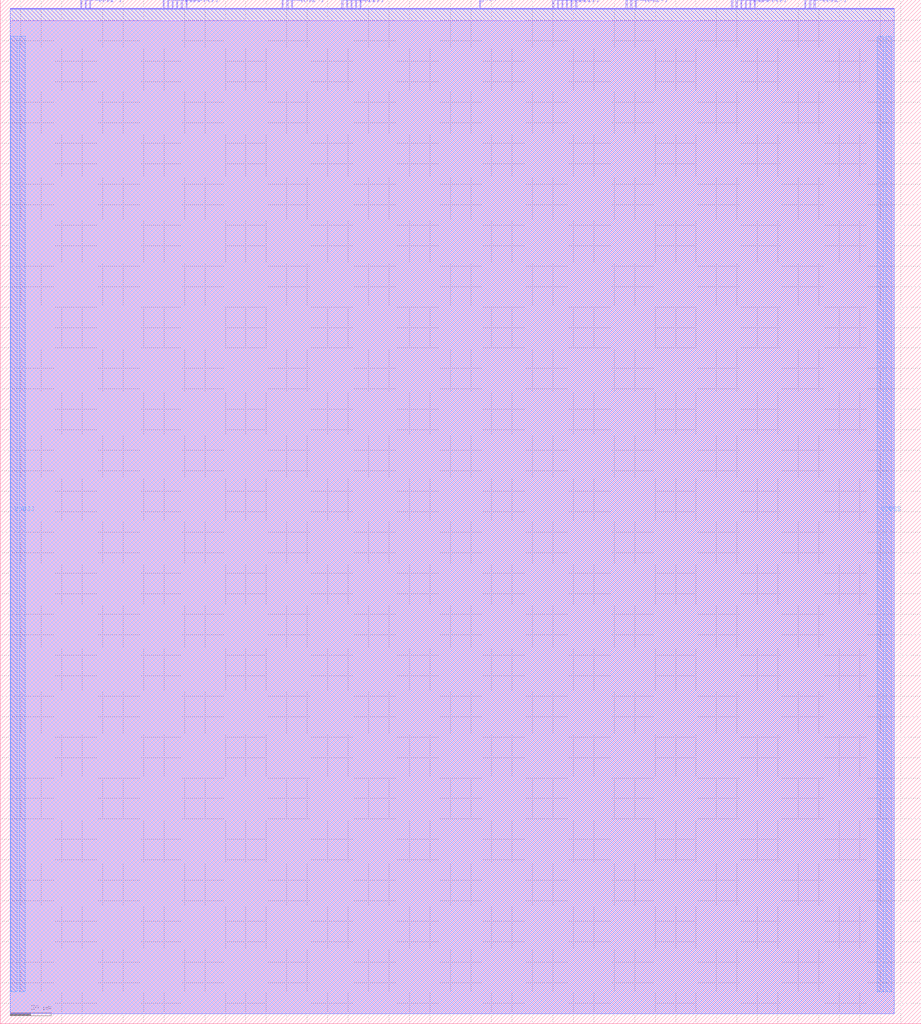
<source format=lef>
VERSION 5.7 ;
  NOWIREEXTENSIONATPIN ON ;
  DIVIDERCHAR "/" ;
  BUSBITCHARS "[]" ;
MACRO gf180_ram_512x8x1
  CLASS BLOCK ;
  FOREIGN gf180_ram_512x8x1 ;
  ORIGIN 0.000 0.000 ;
  SIZE 450.000 BY 500.000 ;
  PIN VDD
    DIRECTION INOUT ;
    USE POWER ;
    PORT
      LAYER Metal4 ;
        RECT 5.220 15.680 8.220 482.160 ;
    END
    PORT
      LAYER Metal4 ;
        RECT 428.630 15.680 431.630 482.160 ;
    END
  END VDD
  PIN VSS
    DIRECTION INOUT ;
    USE GROUND ;
    PORT
      LAYER Metal4 ;
        RECT 9.220 15.680 12.220 482.160 ;
    END
    PORT
      LAYER Metal4 ;
        RECT 432.630 15.680 435.630 482.160 ;
    END
  END VSS
  PIN addr[0]
    DIRECTION INPUT ;
    USE SIGNAL ;
    PORT
      LAYER Metal2 ;
        RECT 269.920 496.000 270.480 500.000 ;
    END
  END addr[0]
  PIN addr[1]
    DIRECTION INPUT ;
    USE SIGNAL ;
    PORT
      LAYER Metal2 ;
        RECT 272.160 496.000 272.720 500.000 ;
    END
  END addr[1]
  PIN addr[2]
    DIRECTION INPUT ;
    USE SIGNAL ;
    PORT
      LAYER Metal2 ;
        RECT 274.400 496.000 274.960 500.000 ;
    END
  END addr[2]
  PIN addr[3]
    DIRECTION INPUT ;
    USE SIGNAL ;
    PORT
      LAYER Metal2 ;
        RECT 166.880 496.000 167.440 500.000 ;
    END
  END addr[3]
  PIN addr[4]
    DIRECTION INPUT ;
    USE SIGNAL ;
    PORT
      LAYER Metal2 ;
        RECT 169.120 496.000 169.680 500.000 ;
    END
  END addr[4]
  PIN addr[5]
    DIRECTION INPUT ;
    USE SIGNAL ;
    PORT
      LAYER Metal2 ;
        RECT 171.360 496.000 171.920 500.000 ;
    END
  END addr[5]
  PIN addr[6]
    DIRECTION INPUT ;
    USE SIGNAL ;
    PORT
      LAYER Metal2 ;
        RECT 173.600 496.000 174.160 500.000 ;
    END
  END addr[6]
  PIN addr[7]
    DIRECTION INPUT ;
    USE SIGNAL ;
    PORT
      LAYER Metal2 ;
        RECT 276.640 496.000 277.200 500.000 ;
    END
  END addr[7]
  PIN addr[8]
    DIRECTION INPUT ;
    USE SIGNAL ;
    PORT
      LAYER Metal2 ;
        RECT 278.880 496.000 279.440 500.000 ;
    END
  END addr[8]
  PIN cen
    DIRECTION INPUT ;
    USE SIGNAL ;
    PORT
      LAYER Metal2 ;
        RECT 175.840 496.000 176.400 500.000 ;
    END
  END cen
  PIN clk
    DIRECTION INPUT ;
    USE SIGNAL ;
    PORT
      LAYER Metal2 ;
        RECT 281.120 496.000 281.680 500.000 ;
    END
  END clk
  PIN gwen
    DIRECTION INPUT ;
    USE SIGNAL ;
    PORT
      LAYER Metal2 ;
        RECT 234.080 496.000 234.640 500.000 ;
    END
  END gwen
  PIN rdata[0]
    DIRECTION OUTPUT TRISTATE ;
    USE SIGNAL ;
    PORT
      LAYER Metal2 ;
        RECT 393.120 496.000 393.680 500.000 ;
    END
  END rdata[0]
  PIN rdata[1]
    DIRECTION OUTPUT TRISTATE ;
    USE SIGNAL ;
    PORT
      LAYER Metal2 ;
        RECT 368.480 496.000 369.040 500.000 ;
    END
  END rdata[1]
  PIN rdata[2]
    DIRECTION OUTPUT TRISTATE ;
    USE SIGNAL ;
    PORT
      LAYER Metal2 ;
        RECT 357.280 496.000 357.840 500.000 ;
    END
  END rdata[2]
  PIN rdata[3]
    DIRECTION OUTPUT TRISTATE ;
    USE SIGNAL ;
    PORT
      LAYER Metal2 ;
        RECT 310.240 496.000 310.800 500.000 ;
    END
  END rdata[3]
  PIN rdata[4]
    DIRECTION OUTPUT TRISTATE ;
    USE SIGNAL ;
    PORT
      LAYER Metal2 ;
        RECT 137.760 496.000 138.320 500.000 ;
    END
  END rdata[4]
  PIN rdata[5]
    DIRECTION OUTPUT TRISTATE ;
    USE SIGNAL ;
    PORT
      LAYER Metal2 ;
        RECT 90.720 496.000 91.280 500.000 ;
    END
  END rdata[5]
  PIN rdata[6]
    DIRECTION OUTPUT TRISTATE ;
    USE SIGNAL ;
    PORT
      LAYER Metal2 ;
        RECT 79.520 496.000 80.080 500.000 ;
    END
  END rdata[6]
  PIN rdata[7]
    DIRECTION OUTPUT TRISTATE ;
    USE SIGNAL ;
    PORT
      LAYER Metal2 ;
        RECT 43.680 496.000 44.240 500.000 ;
    END
  END rdata[7]
  PIN wdata[0]
    DIRECTION INPUT ;
    USE SIGNAL ;
    PORT
      LAYER Metal2 ;
        RECT 397.600 496.000 398.160 500.000 ;
    END
  END wdata[0]
  PIN wdata[1]
    DIRECTION INPUT ;
    USE SIGNAL ;
    PORT
      LAYER Metal2 ;
        RECT 366.240 496.000 366.800 500.000 ;
    END
  END wdata[1]
  PIN wdata[2]
    DIRECTION INPUT ;
    USE SIGNAL ;
    PORT
      LAYER Metal2 ;
        RECT 359.520 496.000 360.080 500.000 ;
    END
  END wdata[2]
  PIN wdata[3]
    DIRECTION INPUT ;
    USE SIGNAL ;
    PORT
      LAYER Metal2 ;
        RECT 305.760 496.000 306.320 500.000 ;
    END
  END wdata[3]
  PIN wdata[4]
    DIRECTION INPUT ;
    USE SIGNAL ;
    PORT
      LAYER Metal2 ;
        RECT 142.240 496.000 142.800 500.000 ;
    END
  END wdata[4]
  PIN wdata[5]
    DIRECTION INPUT ;
    USE SIGNAL ;
    PORT
      LAYER Metal2 ;
        RECT 88.480 496.000 89.040 500.000 ;
    END
  END wdata[5]
  PIN wdata[6]
    DIRECTION INPUT ;
    USE SIGNAL ;
    PORT
      LAYER Metal2 ;
        RECT 81.760 496.000 82.320 500.000 ;
    END
  END wdata[6]
  PIN wdata[7]
    DIRECTION INPUT ;
    USE SIGNAL ;
    PORT
      LAYER Metal2 ;
        RECT 39.200 496.000 39.760 500.000 ;
    END
  END wdata[7]
  PIN wen[0]
    DIRECTION INPUT ;
    USE SIGNAL ;
    PORT
      LAYER Metal2 ;
        RECT 395.360 496.000 395.920 500.000 ;
    END
  END wen[0]
  PIN wen[1]
    DIRECTION INPUT ;
    USE SIGNAL ;
    PORT
      LAYER Metal2 ;
        RECT 364.000 496.000 364.560 500.000 ;
    END
  END wen[1]
  PIN wen[2]
    DIRECTION INPUT ;
    USE SIGNAL ;
    PORT
      LAYER Metal2 ;
        RECT 361.760 496.000 362.320 500.000 ;
    END
  END wen[2]
  PIN wen[3]
    DIRECTION INPUT ;
    USE SIGNAL ;
    PORT
      LAYER Metal2 ;
        RECT 308.000 496.000 308.560 500.000 ;
    END
  END wen[3]
  PIN wen[4]
    DIRECTION INPUT ;
    USE SIGNAL ;
    PORT
      LAYER Metal2 ;
        RECT 140.000 496.000 140.560 500.000 ;
    END
  END wen[4]
  PIN wen[5]
    DIRECTION INPUT ;
    USE SIGNAL ;
    PORT
      LAYER Metal2 ;
        RECT 86.240 496.000 86.800 500.000 ;
    END
  END wen[5]
  PIN wen[6]
    DIRECTION INPUT ;
    USE SIGNAL ;
    PORT
      LAYER Metal2 ;
        RECT 84.000 496.000 84.560 500.000 ;
    END
  END wen[6]
  PIN wen[7]
    DIRECTION INPUT ;
    USE SIGNAL ;
    PORT
      LAYER Metal2 ;
        RECT 41.440 496.000 42.000 500.000 ;
    END
  END wen[7]
  OBS
      LAYER Metal1 ;
        RECT 5.000 5.000 436.860 489.880 ;
      LAYER Metal2 ;
        RECT 5.000 495.700 38.900 496.000 ;
        RECT 40.060 495.700 41.140 496.000 ;
        RECT 42.300 495.700 43.380 496.000 ;
        RECT 44.540 495.700 79.220 496.000 ;
        RECT 80.380 495.700 81.460 496.000 ;
        RECT 82.620 495.700 83.700 496.000 ;
        RECT 84.860 495.700 85.940 496.000 ;
        RECT 87.100 495.700 88.180 496.000 ;
        RECT 89.340 495.700 90.420 496.000 ;
        RECT 91.580 495.700 137.460 496.000 ;
        RECT 138.620 495.700 139.700 496.000 ;
        RECT 140.860 495.700 141.940 496.000 ;
        RECT 143.100 495.700 166.580 496.000 ;
        RECT 167.740 495.700 168.820 496.000 ;
        RECT 169.980 495.700 171.060 496.000 ;
        RECT 172.220 495.700 173.300 496.000 ;
        RECT 174.460 495.700 175.540 496.000 ;
        RECT 176.700 495.700 233.780 496.000 ;
        RECT 234.940 495.700 269.620 496.000 ;
        RECT 270.780 495.700 271.860 496.000 ;
        RECT 273.020 495.700 274.100 496.000 ;
        RECT 275.260 495.700 276.340 496.000 ;
        RECT 277.500 495.700 278.580 496.000 ;
        RECT 279.740 495.700 280.820 496.000 ;
        RECT 281.980 495.700 305.460 496.000 ;
        RECT 306.620 495.700 307.700 496.000 ;
        RECT 308.860 495.700 309.940 496.000 ;
        RECT 311.100 495.700 356.980 496.000 ;
        RECT 358.140 495.700 359.220 496.000 ;
        RECT 360.380 495.700 361.460 496.000 ;
        RECT 362.620 495.700 363.700 496.000 ;
        RECT 364.860 495.700 365.940 496.000 ;
        RECT 367.100 495.700 368.180 496.000 ;
        RECT 369.340 495.700 392.820 496.000 ;
        RECT 393.980 495.700 395.060 496.000 ;
        RECT 396.220 495.700 397.300 496.000 ;
        RECT 398.460 495.700 436.860 496.000 ;
        RECT 5.000 5.000 436.860 495.700 ;
      LAYER Metal3 ;
        RECT 5.000 5.000 436.860 495.460 ;
  END
END gf180_ram_512x8x1
END LIBRARY


</source>
